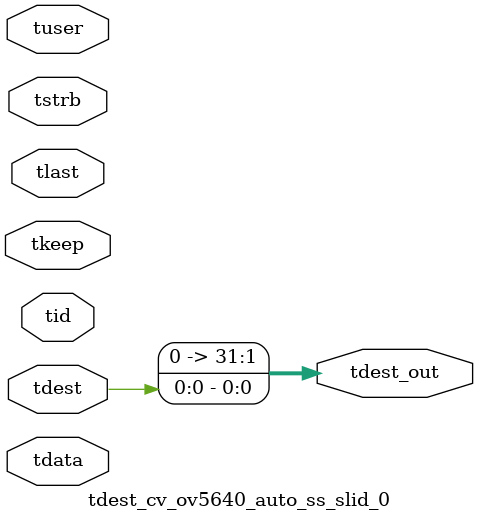
<source format=v>


`timescale 1ps/1ps

module tdest_cv_ov5640_auto_ss_slid_0 #
(
parameter C_S_AXIS_TDATA_WIDTH = 32,
parameter C_S_AXIS_TUSER_WIDTH = 0,
parameter C_S_AXIS_TID_WIDTH   = 0,
parameter C_S_AXIS_TDEST_WIDTH = 0,
parameter C_M_AXIS_TDEST_WIDTH = 32
)
(
input  [(C_S_AXIS_TDATA_WIDTH == 0 ? 1 : C_S_AXIS_TDATA_WIDTH)-1:0     ] tdata,
input  [(C_S_AXIS_TUSER_WIDTH == 0 ? 1 : C_S_AXIS_TUSER_WIDTH)-1:0     ] tuser,
input  [(C_S_AXIS_TID_WIDTH   == 0 ? 1 : C_S_AXIS_TID_WIDTH)-1:0       ] tid,
input  [(C_S_AXIS_TDEST_WIDTH == 0 ? 1 : C_S_AXIS_TDEST_WIDTH)-1:0     ] tdest,
input  [(C_S_AXIS_TDATA_WIDTH/8)-1:0 ] tkeep,
input  [(C_S_AXIS_TDATA_WIDTH/8)-1:0 ] tstrb,
input                                                                    tlast,
output [C_M_AXIS_TDEST_WIDTH-1:0] tdest_out
);

assign tdest_out = {tdest[0:0]};

endmodule


</source>
